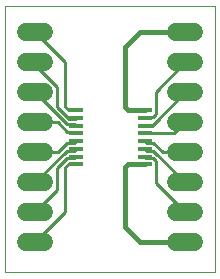
<source format=gtl>
G75*
%MOIN*%
%OFA0B0*%
%FSLAX25Y25*%
%IPPOS*%
%LPD*%
%AMOC8*
5,1,8,0,0,1.08239X$1,22.5*
%
%ADD10C,0.00000*%
%ADD11C,0.06000*%
%ADD12R,0.04724X0.01378*%
%ADD13C,0.01600*%
%ADD14C,0.01000*%
D10*
X0001000Y0001000D02*
X0001000Y0089701D01*
X0070921Y0089701D01*
X0070921Y0001000D01*
X0001000Y0001000D01*
D11*
X0008000Y0011000D02*
X0014000Y0011000D01*
X0014000Y0021000D02*
X0008000Y0021000D01*
X0008000Y0031000D02*
X0014000Y0031000D01*
X0014000Y0041000D02*
X0008000Y0041000D01*
X0008000Y0051000D02*
X0014000Y0051000D01*
X0014000Y0061000D02*
X0008000Y0061000D01*
X0008000Y0071000D02*
X0014000Y0071000D01*
X0014000Y0081000D02*
X0008000Y0081000D01*
X0058000Y0081000D02*
X0064000Y0081000D01*
X0064000Y0071000D02*
X0058000Y0071000D01*
X0058000Y0061000D02*
X0064000Y0061000D01*
X0064000Y0051000D02*
X0058000Y0051000D01*
X0058000Y0041000D02*
X0064000Y0041000D01*
X0064000Y0031000D02*
X0058000Y0031000D01*
X0058000Y0021000D02*
X0064000Y0021000D01*
X0064000Y0011000D02*
X0058000Y0011000D01*
D12*
X0047516Y0037043D03*
X0047516Y0039602D03*
X0047516Y0042161D03*
X0047516Y0044720D03*
X0047516Y0047280D03*
X0047516Y0049839D03*
X0047516Y0052398D03*
X0047516Y0054957D03*
X0024484Y0054957D03*
X0024484Y0052398D03*
X0024484Y0049839D03*
X0024484Y0047280D03*
X0024484Y0044720D03*
X0024484Y0042161D03*
X0024484Y0039602D03*
X0024484Y0037043D03*
D13*
X0041000Y0036000D02*
X0041000Y0016000D01*
X0046000Y0011000D01*
X0061000Y0011000D01*
X0041000Y0036000D02*
X0042043Y0037043D01*
X0047516Y0037043D01*
X0047516Y0054957D02*
X0042043Y0054957D01*
X0041000Y0056000D01*
X0041000Y0076000D01*
X0046000Y0081000D01*
X0061000Y0081000D01*
D14*
X0061000Y0071000D02*
X0051178Y0061178D01*
X0051178Y0053729D01*
X0050305Y0052857D01*
X0047975Y0052857D01*
X0047516Y0052398D01*
X0047516Y0049839D02*
X0049846Y0049839D01*
X0051178Y0051170D01*
X0051178Y0051178D01*
X0061000Y0061000D01*
X0061000Y0051000D02*
X0057280Y0047280D01*
X0047516Y0047280D01*
X0047516Y0044720D02*
X0048086Y0044150D01*
X0050416Y0044150D01*
X0053567Y0041000D01*
X0061000Y0041000D01*
X0060994Y0031013D02*
X0050416Y0041591D01*
X0048086Y0041591D01*
X0047516Y0042161D01*
X0047516Y0039602D02*
X0047975Y0039143D01*
X0050305Y0039143D01*
X0051178Y0038271D01*
X0051178Y0030822D01*
X0061000Y0021000D01*
X0061000Y0031000D02*
X0060994Y0031006D01*
X0060994Y0031013D01*
X0024484Y0037043D02*
X0022140Y0037043D01*
X0021048Y0035952D01*
X0021048Y0021048D01*
X0011000Y0011000D01*
X0011000Y0021000D02*
X0018300Y0028300D01*
X0018300Y0035749D01*
X0021584Y0039032D01*
X0023914Y0039032D01*
X0024484Y0039602D01*
X0023914Y0041591D02*
X0024484Y0042161D01*
X0023914Y0041591D02*
X0021584Y0041591D01*
X0011006Y0031013D01*
X0011006Y0031006D01*
X0011000Y0031000D01*
X0011000Y0041000D02*
X0018433Y0041000D01*
X0021584Y0044150D01*
X0023914Y0044150D01*
X0024484Y0044720D01*
X0024484Y0047280D02*
X0023914Y0047850D01*
X0021584Y0047850D01*
X0018433Y0051000D01*
X0011000Y0051000D01*
X0018300Y0056246D02*
X0018300Y0062781D01*
X0011000Y0070081D01*
X0011000Y0071000D01*
X0011000Y0061000D02*
X0020822Y0051178D01*
X0020822Y0051170D01*
X0021584Y0050409D01*
X0023914Y0050409D01*
X0024484Y0049839D01*
X0024359Y0052273D02*
X0024484Y0052398D01*
X0024359Y0052273D02*
X0022273Y0052273D01*
X0018300Y0056246D01*
X0021046Y0056046D02*
X0021046Y0070954D01*
X0011000Y0081000D01*
X0021046Y0056046D02*
X0022134Y0054957D01*
X0024484Y0054957D01*
M02*

</source>
